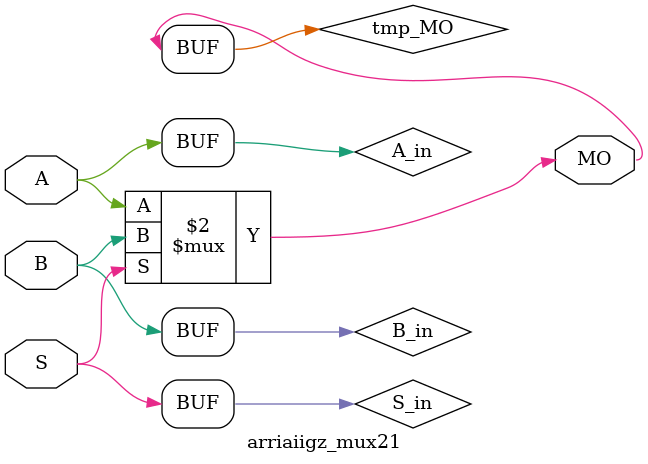
<source format=v>
module arriaiigz_mux21 (MO, A, B, S);
   input A, B, S;
   output MO;
   wire A_in;
   wire B_in;
   wire S_in;
   buf(A_in, A);
   buf(B_in, B);
   buf(S_in, S);
   wire   tmp_MO;
   specify
      (A => MO) = (0, 0);
      (B => MO) = (0, 0);
      (S => MO) = (0, 0);
   endspecify
   assign tmp_MO = (S_in == 1) ? B_in : A_in;
   buf (MO, tmp_MO);
endmodule
</source>
